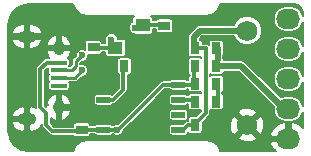
<source format=gtl>
G04 #@! TF.FileFunction,Copper,L1,Top,Signal*
%FSLAX46Y46*%
G04 Gerber Fmt 4.6, Leading zero omitted, Abs format (unit mm)*
G04 Created by KiCad (PCBNEW 4.0.2+dfsg1-stable) date su 16. lokakuuta 2016 16.05.07*
%MOMM*%
G01*
G04 APERTURE LIST*
%ADD10C,0.100000*%
%ADD11C,0.400000*%
%ADD12O,2.032000X1.727200*%
%ADD13R,1.350000X0.400000*%
%ADD14O,0.950000X1.250000*%
%ADD15O,1.550000X1.000000*%
%ADD16C,1.727200*%
%ADD17R,0.800000X1.000000*%
%ADD18R,1.000000X0.800000*%
%ADD19R,1.143000X0.508000*%
%ADD20R,1.300000X1.100000*%
%ADD21C,0.600000*%
%ADD22C,0.300000*%
%ADD23C,0.250000*%
%ADD24C,0.200000*%
%ADD25C,0.500000*%
%ADD26C,0.152400*%
G04 APERTURE END LIST*
D10*
D11*
X118500000Y-83000000D03*
X125500000Y-80000000D03*
X123960000Y-87270000D03*
X123960000Y-86127000D03*
D12*
X139000000Y-78500000D03*
X139000000Y-81040000D03*
X139000000Y-83580000D03*
X139000000Y-86120000D03*
X139000000Y-88660000D03*
D13*
X119562540Y-82199100D03*
X119562540Y-82849100D03*
X119562540Y-83499100D03*
X119562540Y-84149100D03*
X119562540Y-84799100D03*
D14*
X119562540Y-80999100D03*
X119562540Y-85999100D03*
D15*
X116862540Y-79999100D03*
X116862540Y-86999100D03*
D16*
X135500000Y-87500000D03*
D17*
X132900000Y-82500000D03*
X131100000Y-82500000D03*
X132900000Y-81000000D03*
X131100000Y-81000000D03*
D18*
X122500000Y-80900000D03*
X122500000Y-79100000D03*
X128500000Y-79100000D03*
X128500000Y-80900000D03*
X121500000Y-87900000D03*
X121500000Y-86100000D03*
D17*
X131100000Y-85500000D03*
X132900000Y-85500000D03*
D19*
X129675000Y-84095000D03*
X129675000Y-85365000D03*
X129675000Y-86635000D03*
X129675000Y-87905000D03*
X123325000Y-87905000D03*
X123325000Y-86635000D03*
X123325000Y-85365000D03*
X123325000Y-84095000D03*
D17*
X126900000Y-82500000D03*
X125100000Y-82500000D03*
X132900000Y-84000000D03*
X131100000Y-84000000D03*
X131100000Y-87500000D03*
X132900000Y-87500000D03*
D16*
X135500000Y-79500000D03*
D20*
X124350000Y-79050000D03*
X126650000Y-79050000D03*
X126650000Y-80950000D03*
X124350000Y-80950000D03*
D21*
X124500000Y-87905000D03*
X121530000Y-81595000D03*
X121530000Y-82865000D03*
X124000000Y-80250000D03*
X126000000Y-79250000D03*
D22*
X131000000Y-82500000D02*
X131000000Y-84000000D01*
X129675000Y-84095000D02*
X130905000Y-84095000D01*
X130905000Y-84095000D02*
X131000000Y-84000000D01*
X121500000Y-88000000D02*
X119000000Y-88000000D01*
X119000000Y-88000000D02*
X118500000Y-87500000D01*
X123325000Y-87905000D02*
X121595000Y-87905000D01*
D23*
X121595000Y-87905000D02*
X121500000Y-88000000D01*
X129905000Y-84095000D02*
X129675000Y-84095000D01*
D22*
X123325000Y-87905000D02*
X124500000Y-87905000D01*
X124500000Y-87905000D02*
X124595000Y-87905000D01*
X124595000Y-87905000D02*
X128405000Y-84095000D01*
X128405000Y-84095000D02*
X129675000Y-84095000D01*
X118550900Y-82199100D02*
X119562540Y-82199100D01*
X118000000Y-82750000D02*
X118550900Y-82199100D01*
X118000000Y-86000000D02*
X118000000Y-82750000D01*
X118500000Y-86500000D02*
X118000000Y-86000000D01*
X118500000Y-87500000D02*
X118500000Y-86500000D01*
D24*
X126700000Y-81000000D02*
X126650000Y-80950000D01*
X124350000Y-79050000D02*
X124550000Y-79050000D01*
X124300000Y-79000000D02*
X124350000Y-79050000D01*
X126650000Y-80950000D02*
X126450000Y-80950000D01*
D22*
X131000000Y-81000000D02*
X132000000Y-81000000D01*
D25*
X135500000Y-79500000D02*
X131500000Y-79500000D01*
X131000000Y-80000000D02*
X131000000Y-81000000D01*
X131500000Y-79500000D02*
X131000000Y-80000000D01*
D22*
X131000000Y-87500000D02*
X130500000Y-87500000D01*
X130500000Y-87500000D02*
X130095000Y-87905000D01*
X130095000Y-87905000D02*
X129675000Y-87905000D01*
X132000000Y-86500000D02*
X131000000Y-87500000D01*
X132000000Y-86500000D02*
X132000000Y-81000000D01*
D23*
X120656900Y-82849100D02*
X119562540Y-82849100D01*
X121022000Y-82484000D02*
X120656900Y-82849100D01*
X121022000Y-82103000D02*
X121022000Y-82484000D01*
X121530000Y-81595000D02*
X121022000Y-82103000D01*
X120895900Y-83499100D02*
X119562540Y-83499100D01*
X121530000Y-82865000D02*
X120895900Y-83499100D01*
D25*
X139000000Y-86120000D02*
X138620000Y-86120000D01*
X138620000Y-86120000D02*
X135000000Y-82500000D01*
X135000000Y-82500000D02*
X133000000Y-82500000D01*
X133000000Y-81000000D02*
X133000000Y-82000000D01*
D22*
X124350000Y-80950000D02*
X124350000Y-80850000D01*
X124350000Y-80850000D02*
X124000000Y-80250000D01*
X124350000Y-80950000D02*
X122550000Y-80950000D01*
D23*
X122550000Y-80950000D02*
X122500000Y-81000000D01*
D22*
X126000000Y-79250000D02*
X126050000Y-79300000D01*
X126050000Y-79300000D02*
X126650000Y-79050000D01*
X128500000Y-79000000D02*
X126700000Y-79000000D01*
D23*
X126700000Y-79000000D02*
X126650000Y-79050000D01*
D22*
X129675000Y-85365000D02*
X130865000Y-85365000D01*
D23*
X130865000Y-85365000D02*
X131000000Y-85230000D01*
D22*
X133000000Y-85500000D02*
X133000000Y-84000000D01*
X123325000Y-85365000D02*
X124135000Y-85365000D01*
X125000000Y-84500000D02*
X125000000Y-82500000D01*
X124135000Y-85365000D02*
X125000000Y-84500000D01*
D26*
G36*
X120802873Y-77437035D02*
X120844472Y-77537465D01*
X120844475Y-77537468D01*
X121061245Y-77861889D01*
X121138111Y-77938755D01*
X121138115Y-77938757D01*
X121462532Y-78155525D01*
X121462535Y-78155528D01*
X121562965Y-78197127D01*
X121945648Y-78273247D01*
X121973088Y-78273247D01*
X122000000Y-78278600D01*
X125937937Y-78278600D01*
X125915286Y-78282862D01*
X125837482Y-78332928D01*
X125785285Y-78409320D01*
X125766922Y-78500000D01*
X125766922Y-78774359D01*
X125700963Y-78801613D01*
X125552136Y-78950181D01*
X125471492Y-79144394D01*
X125471308Y-79354684D01*
X125551613Y-79549037D01*
X125700181Y-79697864D01*
X125824557Y-79749509D01*
X125832928Y-79762518D01*
X125909320Y-79814715D01*
X126000000Y-79833078D01*
X127300000Y-79833078D01*
X127384714Y-79817138D01*
X127462518Y-79767072D01*
X127514715Y-79690680D01*
X127533078Y-79600000D01*
X127533078Y-79378600D01*
X127766922Y-79378600D01*
X127766922Y-79500000D01*
X127782862Y-79584714D01*
X127832928Y-79662518D01*
X127909320Y-79714715D01*
X128000000Y-79733078D01*
X129000000Y-79733078D01*
X129084714Y-79717138D01*
X129162518Y-79667072D01*
X129214715Y-79590680D01*
X129233078Y-79500000D01*
X129233078Y-78700000D01*
X129217138Y-78615286D01*
X129167072Y-78537482D01*
X129090680Y-78485285D01*
X129000000Y-78466922D01*
X128000000Y-78466922D01*
X127915286Y-78482862D01*
X127837482Y-78532928D01*
X127785285Y-78609320D01*
X127782839Y-78621400D01*
X127533078Y-78621400D01*
X127533078Y-78500000D01*
X127517138Y-78415286D01*
X127467072Y-78337482D01*
X127390680Y-78285285D01*
X127357668Y-78278600D01*
X132000000Y-78278600D01*
X132026912Y-78273247D01*
X132054352Y-78273247D01*
X132437035Y-78197127D01*
X132537465Y-78155528D01*
X132537468Y-78155525D01*
X132861889Y-77938755D01*
X132938755Y-77861889D01*
X132938757Y-77861885D01*
X133155525Y-77537468D01*
X133155528Y-77537465D01*
X133197127Y-77437035D01*
X133228642Y-77278600D01*
X139472559Y-77278600D01*
X139773980Y-77338556D01*
X140006248Y-77493752D01*
X140161444Y-77726022D01*
X140221400Y-78027441D01*
X140221400Y-78260785D01*
X140185844Y-78082033D01*
X139949085Y-77727698D01*
X139594750Y-77490939D01*
X139176783Y-77407800D01*
X138823217Y-77407800D01*
X138405250Y-77490939D01*
X138050915Y-77727698D01*
X137814156Y-78082033D01*
X137731017Y-78500000D01*
X137814156Y-78917967D01*
X138050915Y-79272302D01*
X138405250Y-79509061D01*
X138823217Y-79592200D01*
X139176783Y-79592200D01*
X139594750Y-79509061D01*
X139949085Y-79272302D01*
X140185844Y-78917967D01*
X140221400Y-78739215D01*
X140221400Y-80800785D01*
X140185844Y-80622033D01*
X139949085Y-80267698D01*
X139594750Y-80030939D01*
X139176783Y-79947800D01*
X138823217Y-79947800D01*
X138405250Y-80030939D01*
X138050915Y-80267698D01*
X137814156Y-80622033D01*
X137731017Y-81040000D01*
X137814156Y-81457967D01*
X138050915Y-81812302D01*
X138405250Y-82049061D01*
X138823217Y-82132200D01*
X139176783Y-82132200D01*
X139594750Y-82049061D01*
X139949085Y-81812302D01*
X140185844Y-81457967D01*
X140221400Y-81279215D01*
X140221400Y-83340785D01*
X140185844Y-83162033D01*
X139949085Y-82807698D01*
X139594750Y-82570939D01*
X139176783Y-82487800D01*
X138823217Y-82487800D01*
X138405250Y-82570939D01*
X138050915Y-82807698D01*
X137814156Y-83162033D01*
X137731017Y-83580000D01*
X137814156Y-83997967D01*
X138050915Y-84352302D01*
X138405250Y-84589061D01*
X138823217Y-84672200D01*
X139176783Y-84672200D01*
X139594750Y-84589061D01*
X139949085Y-84352302D01*
X140185844Y-83997967D01*
X140221400Y-83819215D01*
X140221400Y-85880785D01*
X140185844Y-85702033D01*
X139949085Y-85347698D01*
X139594750Y-85110939D01*
X139176783Y-85027800D01*
X138823217Y-85027800D01*
X138405250Y-85110939D01*
X138334832Y-85157990D01*
X135338421Y-82161579D01*
X135183153Y-82057831D01*
X135000000Y-82021400D01*
X133533078Y-82021400D01*
X133533078Y-82000000D01*
X133517138Y-81915286D01*
X133478600Y-81855397D01*
X133478600Y-81643535D01*
X133514715Y-81590680D01*
X133533078Y-81500000D01*
X133533078Y-80500000D01*
X133517138Y-80415286D01*
X133467072Y-80337482D01*
X133390680Y-80285285D01*
X133300000Y-80266922D01*
X132500000Y-80266922D01*
X132415286Y-80282862D01*
X132337482Y-80332928D01*
X132285285Y-80409320D01*
X132266922Y-80500000D01*
X132266922Y-80731762D01*
X132144884Y-80650219D01*
X132000000Y-80621400D01*
X131733078Y-80621400D01*
X131733078Y-80500000D01*
X131717138Y-80415286D01*
X131667072Y-80337482D01*
X131590680Y-80285285D01*
X131500000Y-80266922D01*
X131478600Y-80266922D01*
X131478600Y-80198242D01*
X131698242Y-79978600D01*
X134356288Y-79978600D01*
X134448336Y-80201373D01*
X134796793Y-80550438D01*
X135252307Y-80739584D01*
X135745530Y-80740015D01*
X136201373Y-80551664D01*
X136550438Y-80203207D01*
X136739584Y-79747693D01*
X136740015Y-79254470D01*
X136551664Y-78798627D01*
X136203207Y-78449562D01*
X135747693Y-78260416D01*
X135254470Y-78259985D01*
X134798627Y-78448336D01*
X134449562Y-78796793D01*
X134356297Y-79021400D01*
X131500000Y-79021400D01*
X131316847Y-79057831D01*
X131161579Y-79161579D01*
X130661579Y-79661579D01*
X130557831Y-79816847D01*
X130532903Y-79942169D01*
X130521400Y-80000000D01*
X130521400Y-80356465D01*
X130485285Y-80409320D01*
X130466922Y-80500000D01*
X130466922Y-81500000D01*
X130482862Y-81584714D01*
X130532928Y-81662518D01*
X130609320Y-81714715D01*
X130700000Y-81733078D01*
X131500000Y-81733078D01*
X131584714Y-81717138D01*
X131621400Y-81693531D01*
X131621400Y-81806275D01*
X131590680Y-81785285D01*
X131500000Y-81766922D01*
X130700000Y-81766922D01*
X130615286Y-81782862D01*
X130537482Y-81832928D01*
X130485285Y-81909320D01*
X130466922Y-82000000D01*
X130466922Y-83000000D01*
X130482862Y-83084714D01*
X130532928Y-83162518D01*
X130609320Y-83214715D01*
X130621400Y-83217161D01*
X130621400Y-83281712D01*
X130615286Y-83282862D01*
X130537482Y-83332928D01*
X130485285Y-83409320D01*
X130466922Y-83500000D01*
X130466922Y-83716400D01*
X130437972Y-83716400D01*
X130413572Y-83678482D01*
X130337180Y-83626285D01*
X130246500Y-83607922D01*
X129103500Y-83607922D01*
X129018786Y-83623862D01*
X128940982Y-83673928D01*
X128911962Y-83716400D01*
X128405005Y-83716400D01*
X128405000Y-83716399D01*
X128260116Y-83745219D01*
X128137289Y-83827289D01*
X128137287Y-83827292D01*
X124588101Y-87376477D01*
X124395316Y-87376308D01*
X124200963Y-87456613D01*
X124131054Y-87526400D01*
X124087972Y-87526400D01*
X124063572Y-87488482D01*
X123987180Y-87436285D01*
X123896500Y-87417922D01*
X122753500Y-87417922D01*
X122668786Y-87433862D01*
X122590982Y-87483928D01*
X122561962Y-87526400D01*
X122233078Y-87526400D01*
X122233078Y-87500000D01*
X122217138Y-87415286D01*
X122167072Y-87337482D01*
X122090680Y-87285285D01*
X122000000Y-87266922D01*
X121000000Y-87266922D01*
X120915286Y-87282862D01*
X120837482Y-87332928D01*
X120785285Y-87409320D01*
X120766922Y-87500000D01*
X120766922Y-87621400D01*
X119156821Y-87621400D01*
X118878600Y-87343178D01*
X118878600Y-86933004D01*
X118963820Y-87020464D01*
X119223585Y-87152600D01*
X119384740Y-87044773D01*
X119384740Y-86176900D01*
X119740340Y-86176900D01*
X119740340Y-87044773D01*
X119901495Y-87152600D01*
X120161260Y-87020464D01*
X120449142Y-86725015D01*
X120602046Y-86341888D01*
X120473357Y-86176900D01*
X119740340Y-86176900D01*
X119384740Y-86176900D01*
X119364740Y-86176900D01*
X119364740Y-85821300D01*
X119384740Y-85821300D01*
X119384740Y-84953427D01*
X119740340Y-84953427D01*
X119740340Y-85821300D01*
X120473357Y-85821300D01*
X120602046Y-85656312D01*
X120449142Y-85273185D01*
X120291111Y-85111000D01*
X122520422Y-85111000D01*
X122520422Y-85619000D01*
X122536362Y-85703714D01*
X122586428Y-85781518D01*
X122662820Y-85833715D01*
X122753500Y-85852078D01*
X123896500Y-85852078D01*
X123981214Y-85836138D01*
X124059018Y-85786072D01*
X124088038Y-85743600D01*
X124134995Y-85743600D01*
X124135000Y-85743601D01*
X124279884Y-85714781D01*
X124402711Y-85632711D01*
X125267708Y-84767713D01*
X125267711Y-84767711D01*
X125349781Y-84644884D01*
X125360885Y-84589061D01*
X125378601Y-84500000D01*
X125378600Y-84499995D01*
X125378600Y-83233078D01*
X125500000Y-83233078D01*
X125584714Y-83217138D01*
X125662518Y-83167072D01*
X125714715Y-83090680D01*
X125733078Y-83000000D01*
X125733078Y-82000000D01*
X125717138Y-81915286D01*
X125667072Y-81837482D01*
X125590680Y-81785285D01*
X125500000Y-81766922D01*
X124700000Y-81766922D01*
X124615286Y-81782862D01*
X124537482Y-81832928D01*
X124485285Y-81909320D01*
X124466922Y-82000000D01*
X124466922Y-83000000D01*
X124482862Y-83084714D01*
X124532928Y-83162518D01*
X124609320Y-83214715D01*
X124621400Y-83217161D01*
X124621400Y-84343179D01*
X124035368Y-84929211D01*
X123987180Y-84896285D01*
X123896500Y-84877922D01*
X122753500Y-84877922D01*
X122668786Y-84893862D01*
X122590982Y-84943928D01*
X122538785Y-85020320D01*
X122520422Y-85111000D01*
X120291111Y-85111000D01*
X120161260Y-84977736D01*
X119901495Y-84845600D01*
X119740340Y-84953427D01*
X119384740Y-84953427D01*
X119223585Y-84845600D01*
X118963820Y-84977736D01*
X118675938Y-85273185D01*
X118523034Y-85656312D01*
X118651721Y-85821298D01*
X118503340Y-85821298D01*
X118503340Y-85967918D01*
X118378600Y-85843178D01*
X118378600Y-82906822D01*
X118659068Y-82626353D01*
X118654462Y-82649100D01*
X118654462Y-83049100D01*
X118670402Y-83133814D01*
X118696301Y-83174062D01*
X118672825Y-83208420D01*
X118654462Y-83299100D01*
X118654462Y-83699100D01*
X118670402Y-83783814D01*
X118696301Y-83824062D01*
X118672825Y-83858420D01*
X118654462Y-83949100D01*
X118654462Y-84349100D01*
X118670402Y-84433814D01*
X118720468Y-84511618D01*
X118796860Y-84563815D01*
X118887540Y-84582178D01*
X120237540Y-84582178D01*
X120322254Y-84566238D01*
X120400058Y-84516172D01*
X120452255Y-84439780D01*
X120470618Y-84349100D01*
X120470618Y-83949100D01*
X120454678Y-83864386D01*
X120447158Y-83852700D01*
X120895900Y-83852700D01*
X121031217Y-83825784D01*
X121145933Y-83749133D01*
X121501491Y-83393575D01*
X121634684Y-83393692D01*
X121829037Y-83313387D01*
X121977864Y-83164819D01*
X122058508Y-82970606D01*
X122058692Y-82760316D01*
X121978387Y-82565963D01*
X121829819Y-82417136D01*
X121635606Y-82336492D01*
X121425316Y-82336308D01*
X121375600Y-82356850D01*
X121375600Y-82249466D01*
X121501491Y-82123575D01*
X121634684Y-82123692D01*
X121829037Y-82043387D01*
X121977864Y-81894819D01*
X122058508Y-81700606D01*
X122058655Y-81533078D01*
X123000000Y-81533078D01*
X123084714Y-81517138D01*
X123162518Y-81467072D01*
X123214715Y-81390680D01*
X123227286Y-81328600D01*
X123466922Y-81328600D01*
X123466922Y-81500000D01*
X123482862Y-81584714D01*
X123532928Y-81662518D01*
X123609320Y-81714715D01*
X123700000Y-81733078D01*
X125000000Y-81733078D01*
X125084714Y-81717138D01*
X125162518Y-81667072D01*
X125214715Y-81590680D01*
X125233078Y-81500000D01*
X125233078Y-80400000D01*
X125217138Y-80315286D01*
X125167072Y-80237482D01*
X125090680Y-80185285D01*
X125000000Y-80166922D01*
X124528673Y-80166922D01*
X124528692Y-80145316D01*
X124448387Y-79950963D01*
X124299819Y-79802136D01*
X124105606Y-79721492D01*
X123895316Y-79721308D01*
X123700963Y-79801613D01*
X123552136Y-79950181D01*
X123471492Y-80144394D01*
X123471308Y-80354684D01*
X123474523Y-80362465D01*
X123466922Y-80400000D01*
X123466922Y-80571400D01*
X123233078Y-80571400D01*
X123233078Y-80500000D01*
X123217138Y-80415286D01*
X123167072Y-80337482D01*
X123090680Y-80285285D01*
X123000000Y-80266922D01*
X122000000Y-80266922D01*
X121915286Y-80282862D01*
X121837482Y-80332928D01*
X121785285Y-80409320D01*
X121766922Y-80500000D01*
X121766922Y-81121019D01*
X121635606Y-81066492D01*
X121425316Y-81066308D01*
X121230963Y-81146613D01*
X121082136Y-81295181D01*
X121001492Y-81489394D01*
X121001375Y-81623559D01*
X120771967Y-81852967D01*
X120695316Y-81967683D01*
X120668400Y-82103000D01*
X120668400Y-82337534D01*
X120510434Y-82495500D01*
X120448347Y-82495500D01*
X120452255Y-82489780D01*
X120470618Y-82399100D01*
X120470618Y-81999100D01*
X120454678Y-81914386D01*
X120404612Y-81836582D01*
X120366084Y-81810256D01*
X120449142Y-81725015D01*
X120602046Y-81341888D01*
X120473357Y-81176900D01*
X119740340Y-81176900D01*
X119740340Y-81196900D01*
X119384740Y-81196900D01*
X119384740Y-81176900D01*
X118651723Y-81176900D01*
X118523034Y-81341888D01*
X118675938Y-81725015D01*
X118758942Y-81810201D01*
X118742937Y-81820500D01*
X118550900Y-81820500D01*
X118406016Y-81849319D01*
X118283189Y-81931389D01*
X118283187Y-81931392D01*
X117732289Y-82482289D01*
X117650219Y-82605116D01*
X117621399Y-82750000D01*
X117621400Y-82750005D01*
X117621400Y-85999995D01*
X117621399Y-86000000D01*
X117624776Y-86016977D01*
X117212384Y-85905210D01*
X117040340Y-86053019D01*
X117040340Y-86821300D01*
X117060340Y-86821300D01*
X117060340Y-87176900D01*
X117040340Y-87176900D01*
X117040340Y-87945181D01*
X117212384Y-88092990D01*
X117625300Y-87981081D01*
X117963959Y-87719674D01*
X118121400Y-87425503D01*
X118121400Y-87499995D01*
X118121399Y-87500000D01*
X118150219Y-87644884D01*
X118232289Y-87767711D01*
X118732287Y-88267708D01*
X118732289Y-88267711D01*
X118819633Y-88326072D01*
X118855116Y-88349781D01*
X119000000Y-88378601D01*
X119000005Y-88378600D01*
X120781712Y-88378600D01*
X120782862Y-88384714D01*
X120832928Y-88462518D01*
X120909320Y-88514715D01*
X121000000Y-88533078D01*
X122000000Y-88533078D01*
X122084714Y-88517138D01*
X122162518Y-88467072D01*
X122214715Y-88390680D01*
X122233078Y-88300000D01*
X122233078Y-88283600D01*
X122562028Y-88283600D01*
X122586428Y-88321518D01*
X122662820Y-88373715D01*
X122753500Y-88392078D01*
X123896500Y-88392078D01*
X123981214Y-88376138D01*
X124059018Y-88326072D01*
X124088038Y-88283600D01*
X124131038Y-88283600D01*
X124200181Y-88352864D01*
X124394394Y-88433508D01*
X124604684Y-88433692D01*
X124799037Y-88353387D01*
X124947864Y-88204819D01*
X125028508Y-88010606D01*
X125028511Y-88006911D01*
X126654421Y-86381000D01*
X128870422Y-86381000D01*
X128870422Y-86889000D01*
X128886362Y-86973714D01*
X128936428Y-87051518D01*
X129012820Y-87103715D01*
X129103500Y-87122078D01*
X130246500Y-87122078D01*
X130331214Y-87106138D01*
X130409018Y-87056072D01*
X130461215Y-86979680D01*
X130479578Y-86889000D01*
X130479578Y-86381000D01*
X130463638Y-86296286D01*
X130413572Y-86218482D01*
X130337180Y-86166285D01*
X130246500Y-86147922D01*
X129103500Y-86147922D01*
X129018786Y-86163862D01*
X128940982Y-86213928D01*
X128888785Y-86290320D01*
X128870422Y-86381000D01*
X126654421Y-86381000D01*
X128561821Y-84473600D01*
X128912028Y-84473600D01*
X128936428Y-84511518D01*
X129012820Y-84563715D01*
X129103500Y-84582078D01*
X130246500Y-84582078D01*
X130331214Y-84566138D01*
X130409018Y-84516072D01*
X130438038Y-84473600D01*
X130466922Y-84473600D01*
X130466922Y-84500000D01*
X130482862Y-84584714D01*
X130532928Y-84662518D01*
X130609320Y-84714715D01*
X130700000Y-84733078D01*
X131500000Y-84733078D01*
X131584714Y-84717138D01*
X131621400Y-84693531D01*
X131621400Y-84806275D01*
X131590680Y-84785285D01*
X131500000Y-84766922D01*
X130700000Y-84766922D01*
X130615286Y-84782862D01*
X130537482Y-84832928D01*
X130485285Y-84909320D01*
X130469676Y-84986400D01*
X130437972Y-84986400D01*
X130413572Y-84948482D01*
X130337180Y-84896285D01*
X130246500Y-84877922D01*
X129103500Y-84877922D01*
X129018786Y-84893862D01*
X128940982Y-84943928D01*
X128888785Y-85020320D01*
X128870422Y-85111000D01*
X128870422Y-85619000D01*
X128886362Y-85703714D01*
X128936428Y-85781518D01*
X129012820Y-85833715D01*
X129103500Y-85852078D01*
X130246500Y-85852078D01*
X130331214Y-85836138D01*
X130409018Y-85786072D01*
X130438038Y-85743600D01*
X130466922Y-85743600D01*
X130466922Y-86000000D01*
X130482862Y-86084714D01*
X130532928Y-86162518D01*
X130609320Y-86214715D01*
X130700000Y-86233078D01*
X131500000Y-86233078D01*
X131584714Y-86217138D01*
X131621400Y-86193531D01*
X131621400Y-86343179D01*
X131197656Y-86766922D01*
X130700000Y-86766922D01*
X130615286Y-86782862D01*
X130537482Y-86832928D01*
X130485285Y-86909320D01*
X130466922Y-87000000D01*
X130466922Y-87127980D01*
X130355116Y-87150219D01*
X130232289Y-87232289D01*
X130232287Y-87232292D01*
X130046657Y-87417922D01*
X129103500Y-87417922D01*
X129018786Y-87433862D01*
X128940982Y-87483928D01*
X128888785Y-87560320D01*
X128870422Y-87651000D01*
X128870422Y-88159000D01*
X128886362Y-88243714D01*
X128936428Y-88321518D01*
X129012820Y-88373715D01*
X129103500Y-88392078D01*
X130246500Y-88392078D01*
X130331214Y-88376138D01*
X130409018Y-88326072D01*
X130461215Y-88249680D01*
X130479578Y-88159000D01*
X130479578Y-88067261D01*
X130482862Y-88084714D01*
X130532928Y-88162518D01*
X130609320Y-88214715D01*
X130700000Y-88233078D01*
X131500000Y-88233078D01*
X131584714Y-88217138D01*
X131662518Y-88167072D01*
X131714715Y-88090680D01*
X131733078Y-88000000D01*
X131733078Y-87330793D01*
X134033566Y-87330793D01*
X134080439Y-87904853D01*
X134209944Y-88217507D01*
X134442185Y-88306368D01*
X135248553Y-87500000D01*
X135751447Y-87500000D01*
X136557815Y-88306368D01*
X136679997Y-88259618D01*
X137456263Y-88259618D01*
X137558050Y-88482200D01*
X138822200Y-88482200D01*
X138822200Y-87359809D01*
X138596271Y-87235538D01*
X138070284Y-87440148D01*
X137662637Y-87830470D01*
X137456263Y-88259618D01*
X136679997Y-88259618D01*
X136790056Y-88217507D01*
X136966434Y-87669207D01*
X136919561Y-87095147D01*
X136790056Y-86782493D01*
X136557815Y-86693632D01*
X135751447Y-87500000D01*
X135248553Y-87500000D01*
X134442185Y-86693632D01*
X134209944Y-86782493D01*
X134033566Y-87330793D01*
X131733078Y-87330793D01*
X131733078Y-87302344D01*
X132267708Y-86767713D01*
X132267711Y-86767711D01*
X132349781Y-86644884D01*
X132378601Y-86500000D01*
X132378600Y-86499995D01*
X132378600Y-86442185D01*
X134693632Y-86442185D01*
X135500000Y-87248553D01*
X136306368Y-86442185D01*
X136217507Y-86209944D01*
X135669207Y-86033566D01*
X135095147Y-86080439D01*
X134782493Y-86209944D01*
X134693632Y-86442185D01*
X132378600Y-86442185D01*
X132378600Y-86193725D01*
X132409320Y-86214715D01*
X132500000Y-86233078D01*
X133300000Y-86233078D01*
X133384714Y-86217138D01*
X133462518Y-86167072D01*
X133514715Y-86090680D01*
X133533078Y-86000000D01*
X133533078Y-85000000D01*
X133517138Y-84915286D01*
X133467072Y-84837482D01*
X133390680Y-84785285D01*
X133378600Y-84782839D01*
X133378600Y-84718288D01*
X133384714Y-84717138D01*
X133462518Y-84667072D01*
X133514715Y-84590680D01*
X133533078Y-84500000D01*
X133533078Y-83500000D01*
X133517138Y-83415286D01*
X133467072Y-83337482D01*
X133390680Y-83285285D01*
X133300000Y-83266922D01*
X132500000Y-83266922D01*
X132415286Y-83282862D01*
X132378600Y-83306469D01*
X132378600Y-83193725D01*
X132409320Y-83214715D01*
X132500000Y-83233078D01*
X133300000Y-83233078D01*
X133384714Y-83217138D01*
X133462518Y-83167072D01*
X133514715Y-83090680D01*
X133533078Y-83000000D01*
X133533078Y-82978600D01*
X134801758Y-82978600D01*
X137766214Y-85943056D01*
X137731017Y-86120000D01*
X137814156Y-86537967D01*
X138050915Y-86892302D01*
X138405250Y-87129061D01*
X138823217Y-87212200D01*
X139176783Y-87212200D01*
X139594750Y-87129061D01*
X139949085Y-86892302D01*
X140185844Y-86537967D01*
X140221400Y-86359215D01*
X140221400Y-87719435D01*
X139929716Y-87440148D01*
X139403729Y-87235538D01*
X139177800Y-87359809D01*
X139177800Y-88482200D01*
X139197800Y-88482200D01*
X139197800Y-88837800D01*
X139177800Y-88837800D01*
X139177800Y-88857800D01*
X138822200Y-88857800D01*
X138822200Y-88837800D01*
X137558050Y-88837800D01*
X137456263Y-89060382D01*
X137662637Y-89489530D01*
X137904799Y-89721400D01*
X133228642Y-89721400D01*
X133197127Y-89562965D01*
X133155528Y-89462535D01*
X133155525Y-89462532D01*
X132938757Y-89138115D01*
X132938755Y-89138111D01*
X132861889Y-89061245D01*
X132537468Y-88844475D01*
X132537465Y-88844472D01*
X132437035Y-88802873D01*
X132054352Y-88726753D01*
X132026912Y-88726753D01*
X132000000Y-88721400D01*
X122000000Y-88721400D01*
X121973088Y-88726753D01*
X121945648Y-88726753D01*
X121562965Y-88802873D01*
X121462535Y-88844472D01*
X121462532Y-88844475D01*
X121138115Y-89061243D01*
X121138111Y-89061245D01*
X121061245Y-89138111D01*
X120844475Y-89462532D01*
X120844472Y-89462535D01*
X120802873Y-89562965D01*
X120771358Y-89721400D01*
X117027441Y-89721400D01*
X116343337Y-89585323D01*
X115786644Y-89213353D01*
X115414677Y-88656662D01*
X115395016Y-88557815D01*
X134693632Y-88557815D01*
X134782493Y-88790056D01*
X135330793Y-88966434D01*
X135904853Y-88919561D01*
X136217507Y-88790056D01*
X136306368Y-88557815D01*
X135500000Y-87751447D01*
X134693632Y-88557815D01*
X115395016Y-88557815D01*
X115278600Y-87972559D01*
X115278600Y-87342021D01*
X115559000Y-87342021D01*
X115761121Y-87719674D01*
X116099780Y-87981081D01*
X116512696Y-88092990D01*
X116684740Y-87945181D01*
X116684740Y-87176900D01*
X115666393Y-87176900D01*
X115559000Y-87342021D01*
X115278600Y-87342021D01*
X115278600Y-86656179D01*
X115559000Y-86656179D01*
X115666393Y-86821300D01*
X116684740Y-86821300D01*
X116684740Y-86053019D01*
X116512696Y-85905210D01*
X116099780Y-86017119D01*
X115761121Y-86278526D01*
X115559000Y-86656179D01*
X115278600Y-86656179D01*
X115278600Y-80342021D01*
X115559000Y-80342021D01*
X115761121Y-80719674D01*
X116099780Y-80981081D01*
X116512696Y-81092990D01*
X116684740Y-80945181D01*
X116684740Y-80176900D01*
X117040340Y-80176900D01*
X117040340Y-80945181D01*
X117212384Y-81092990D01*
X117625300Y-80981081D01*
X117963959Y-80719674D01*
X117997870Y-80656312D01*
X118523034Y-80656312D01*
X118651723Y-80821300D01*
X119384740Y-80821300D01*
X119384740Y-79953427D01*
X119740340Y-79953427D01*
X119740340Y-80821300D01*
X120473357Y-80821300D01*
X120602046Y-80656312D01*
X120449142Y-80273185D01*
X120161260Y-79977736D01*
X119901495Y-79845600D01*
X119740340Y-79953427D01*
X119384740Y-79953427D01*
X119223585Y-79845600D01*
X118963820Y-79977736D01*
X118675938Y-80273185D01*
X118523034Y-80656312D01*
X117997870Y-80656312D01*
X118166080Y-80342021D01*
X118058687Y-80176900D01*
X117040340Y-80176900D01*
X116684740Y-80176900D01*
X115666393Y-80176900D01*
X115559000Y-80342021D01*
X115278600Y-80342021D01*
X115278600Y-79656179D01*
X115559000Y-79656179D01*
X115666393Y-79821300D01*
X116684740Y-79821300D01*
X116684740Y-79053019D01*
X117040340Y-79053019D01*
X117040340Y-79821300D01*
X118058687Y-79821300D01*
X118166080Y-79656179D01*
X117963959Y-79278526D01*
X117625300Y-79017119D01*
X117212384Y-78905210D01*
X117040340Y-79053019D01*
X116684740Y-79053019D01*
X116512696Y-78905210D01*
X116099780Y-79017119D01*
X115761121Y-79278526D01*
X115559000Y-79656179D01*
X115278600Y-79656179D01*
X115278600Y-79027441D01*
X115414677Y-78343338D01*
X115786644Y-77786647D01*
X116343337Y-77414677D01*
X117027441Y-77278600D01*
X120771358Y-77278600D01*
X120802873Y-77437035D01*
X120802873Y-77437035D01*
G37*
X120802873Y-77437035D02*
X120844472Y-77537465D01*
X120844475Y-77537468D01*
X121061245Y-77861889D01*
X121138111Y-77938755D01*
X121138115Y-77938757D01*
X121462532Y-78155525D01*
X121462535Y-78155528D01*
X121562965Y-78197127D01*
X121945648Y-78273247D01*
X121973088Y-78273247D01*
X122000000Y-78278600D01*
X125937937Y-78278600D01*
X125915286Y-78282862D01*
X125837482Y-78332928D01*
X125785285Y-78409320D01*
X125766922Y-78500000D01*
X125766922Y-78774359D01*
X125700963Y-78801613D01*
X125552136Y-78950181D01*
X125471492Y-79144394D01*
X125471308Y-79354684D01*
X125551613Y-79549037D01*
X125700181Y-79697864D01*
X125824557Y-79749509D01*
X125832928Y-79762518D01*
X125909320Y-79814715D01*
X126000000Y-79833078D01*
X127300000Y-79833078D01*
X127384714Y-79817138D01*
X127462518Y-79767072D01*
X127514715Y-79690680D01*
X127533078Y-79600000D01*
X127533078Y-79378600D01*
X127766922Y-79378600D01*
X127766922Y-79500000D01*
X127782862Y-79584714D01*
X127832928Y-79662518D01*
X127909320Y-79714715D01*
X128000000Y-79733078D01*
X129000000Y-79733078D01*
X129084714Y-79717138D01*
X129162518Y-79667072D01*
X129214715Y-79590680D01*
X129233078Y-79500000D01*
X129233078Y-78700000D01*
X129217138Y-78615286D01*
X129167072Y-78537482D01*
X129090680Y-78485285D01*
X129000000Y-78466922D01*
X128000000Y-78466922D01*
X127915286Y-78482862D01*
X127837482Y-78532928D01*
X127785285Y-78609320D01*
X127782839Y-78621400D01*
X127533078Y-78621400D01*
X127533078Y-78500000D01*
X127517138Y-78415286D01*
X127467072Y-78337482D01*
X127390680Y-78285285D01*
X127357668Y-78278600D01*
X132000000Y-78278600D01*
X132026912Y-78273247D01*
X132054352Y-78273247D01*
X132437035Y-78197127D01*
X132537465Y-78155528D01*
X132537468Y-78155525D01*
X132861889Y-77938755D01*
X132938755Y-77861889D01*
X132938757Y-77861885D01*
X133155525Y-77537468D01*
X133155528Y-77537465D01*
X133197127Y-77437035D01*
X133228642Y-77278600D01*
X139472559Y-77278600D01*
X139773980Y-77338556D01*
X140006248Y-77493752D01*
X140161444Y-77726022D01*
X140221400Y-78027441D01*
X140221400Y-78260785D01*
X140185844Y-78082033D01*
X139949085Y-77727698D01*
X139594750Y-77490939D01*
X139176783Y-77407800D01*
X138823217Y-77407800D01*
X138405250Y-77490939D01*
X138050915Y-77727698D01*
X137814156Y-78082033D01*
X137731017Y-78500000D01*
X137814156Y-78917967D01*
X138050915Y-79272302D01*
X138405250Y-79509061D01*
X138823217Y-79592200D01*
X139176783Y-79592200D01*
X139594750Y-79509061D01*
X139949085Y-79272302D01*
X140185844Y-78917967D01*
X140221400Y-78739215D01*
X140221400Y-80800785D01*
X140185844Y-80622033D01*
X139949085Y-80267698D01*
X139594750Y-80030939D01*
X139176783Y-79947800D01*
X138823217Y-79947800D01*
X138405250Y-80030939D01*
X138050915Y-80267698D01*
X137814156Y-80622033D01*
X137731017Y-81040000D01*
X137814156Y-81457967D01*
X138050915Y-81812302D01*
X138405250Y-82049061D01*
X138823217Y-82132200D01*
X139176783Y-82132200D01*
X139594750Y-82049061D01*
X139949085Y-81812302D01*
X140185844Y-81457967D01*
X140221400Y-81279215D01*
X140221400Y-83340785D01*
X140185844Y-83162033D01*
X139949085Y-82807698D01*
X139594750Y-82570939D01*
X139176783Y-82487800D01*
X138823217Y-82487800D01*
X138405250Y-82570939D01*
X138050915Y-82807698D01*
X137814156Y-83162033D01*
X137731017Y-83580000D01*
X137814156Y-83997967D01*
X138050915Y-84352302D01*
X138405250Y-84589061D01*
X138823217Y-84672200D01*
X139176783Y-84672200D01*
X139594750Y-84589061D01*
X139949085Y-84352302D01*
X140185844Y-83997967D01*
X140221400Y-83819215D01*
X140221400Y-85880785D01*
X140185844Y-85702033D01*
X139949085Y-85347698D01*
X139594750Y-85110939D01*
X139176783Y-85027800D01*
X138823217Y-85027800D01*
X138405250Y-85110939D01*
X138334832Y-85157990D01*
X135338421Y-82161579D01*
X135183153Y-82057831D01*
X135000000Y-82021400D01*
X133533078Y-82021400D01*
X133533078Y-82000000D01*
X133517138Y-81915286D01*
X133478600Y-81855397D01*
X133478600Y-81643535D01*
X133514715Y-81590680D01*
X133533078Y-81500000D01*
X133533078Y-80500000D01*
X133517138Y-80415286D01*
X133467072Y-80337482D01*
X133390680Y-80285285D01*
X133300000Y-80266922D01*
X132500000Y-80266922D01*
X132415286Y-80282862D01*
X132337482Y-80332928D01*
X132285285Y-80409320D01*
X132266922Y-80500000D01*
X132266922Y-80731762D01*
X132144884Y-80650219D01*
X132000000Y-80621400D01*
X131733078Y-80621400D01*
X131733078Y-80500000D01*
X131717138Y-80415286D01*
X131667072Y-80337482D01*
X131590680Y-80285285D01*
X131500000Y-80266922D01*
X131478600Y-80266922D01*
X131478600Y-80198242D01*
X131698242Y-79978600D01*
X134356288Y-79978600D01*
X134448336Y-80201373D01*
X134796793Y-80550438D01*
X135252307Y-80739584D01*
X135745530Y-80740015D01*
X136201373Y-80551664D01*
X136550438Y-80203207D01*
X136739584Y-79747693D01*
X136740015Y-79254470D01*
X136551664Y-78798627D01*
X136203207Y-78449562D01*
X135747693Y-78260416D01*
X135254470Y-78259985D01*
X134798627Y-78448336D01*
X134449562Y-78796793D01*
X134356297Y-79021400D01*
X131500000Y-79021400D01*
X131316847Y-79057831D01*
X131161579Y-79161579D01*
X130661579Y-79661579D01*
X130557831Y-79816847D01*
X130532903Y-79942169D01*
X130521400Y-80000000D01*
X130521400Y-80356465D01*
X130485285Y-80409320D01*
X130466922Y-80500000D01*
X130466922Y-81500000D01*
X130482862Y-81584714D01*
X130532928Y-81662518D01*
X130609320Y-81714715D01*
X130700000Y-81733078D01*
X131500000Y-81733078D01*
X131584714Y-81717138D01*
X131621400Y-81693531D01*
X131621400Y-81806275D01*
X131590680Y-81785285D01*
X131500000Y-81766922D01*
X130700000Y-81766922D01*
X130615286Y-81782862D01*
X130537482Y-81832928D01*
X130485285Y-81909320D01*
X130466922Y-82000000D01*
X130466922Y-83000000D01*
X130482862Y-83084714D01*
X130532928Y-83162518D01*
X130609320Y-83214715D01*
X130621400Y-83217161D01*
X130621400Y-83281712D01*
X130615286Y-83282862D01*
X130537482Y-83332928D01*
X130485285Y-83409320D01*
X130466922Y-83500000D01*
X130466922Y-83716400D01*
X130437972Y-83716400D01*
X130413572Y-83678482D01*
X130337180Y-83626285D01*
X130246500Y-83607922D01*
X129103500Y-83607922D01*
X129018786Y-83623862D01*
X128940982Y-83673928D01*
X128911962Y-83716400D01*
X128405005Y-83716400D01*
X128405000Y-83716399D01*
X128260116Y-83745219D01*
X128137289Y-83827289D01*
X128137287Y-83827292D01*
X124588101Y-87376477D01*
X124395316Y-87376308D01*
X124200963Y-87456613D01*
X124131054Y-87526400D01*
X124087972Y-87526400D01*
X124063572Y-87488482D01*
X123987180Y-87436285D01*
X123896500Y-87417922D01*
X122753500Y-87417922D01*
X122668786Y-87433862D01*
X122590982Y-87483928D01*
X122561962Y-87526400D01*
X122233078Y-87526400D01*
X122233078Y-87500000D01*
X122217138Y-87415286D01*
X122167072Y-87337482D01*
X122090680Y-87285285D01*
X122000000Y-87266922D01*
X121000000Y-87266922D01*
X120915286Y-87282862D01*
X120837482Y-87332928D01*
X120785285Y-87409320D01*
X120766922Y-87500000D01*
X120766922Y-87621400D01*
X119156821Y-87621400D01*
X118878600Y-87343178D01*
X118878600Y-86933004D01*
X118963820Y-87020464D01*
X119223585Y-87152600D01*
X119384740Y-87044773D01*
X119384740Y-86176900D01*
X119740340Y-86176900D01*
X119740340Y-87044773D01*
X119901495Y-87152600D01*
X120161260Y-87020464D01*
X120449142Y-86725015D01*
X120602046Y-86341888D01*
X120473357Y-86176900D01*
X119740340Y-86176900D01*
X119384740Y-86176900D01*
X119364740Y-86176900D01*
X119364740Y-85821300D01*
X119384740Y-85821300D01*
X119384740Y-84953427D01*
X119740340Y-84953427D01*
X119740340Y-85821300D01*
X120473357Y-85821300D01*
X120602046Y-85656312D01*
X120449142Y-85273185D01*
X120291111Y-85111000D01*
X122520422Y-85111000D01*
X122520422Y-85619000D01*
X122536362Y-85703714D01*
X122586428Y-85781518D01*
X122662820Y-85833715D01*
X122753500Y-85852078D01*
X123896500Y-85852078D01*
X123981214Y-85836138D01*
X124059018Y-85786072D01*
X124088038Y-85743600D01*
X124134995Y-85743600D01*
X124135000Y-85743601D01*
X124279884Y-85714781D01*
X124402711Y-85632711D01*
X125267708Y-84767713D01*
X125267711Y-84767711D01*
X125349781Y-84644884D01*
X125360885Y-84589061D01*
X125378601Y-84500000D01*
X125378600Y-84499995D01*
X125378600Y-83233078D01*
X125500000Y-83233078D01*
X125584714Y-83217138D01*
X125662518Y-83167072D01*
X125714715Y-83090680D01*
X125733078Y-83000000D01*
X125733078Y-82000000D01*
X125717138Y-81915286D01*
X125667072Y-81837482D01*
X125590680Y-81785285D01*
X125500000Y-81766922D01*
X124700000Y-81766922D01*
X124615286Y-81782862D01*
X124537482Y-81832928D01*
X124485285Y-81909320D01*
X124466922Y-82000000D01*
X124466922Y-83000000D01*
X124482862Y-83084714D01*
X124532928Y-83162518D01*
X124609320Y-83214715D01*
X124621400Y-83217161D01*
X124621400Y-84343179D01*
X124035368Y-84929211D01*
X123987180Y-84896285D01*
X123896500Y-84877922D01*
X122753500Y-84877922D01*
X122668786Y-84893862D01*
X122590982Y-84943928D01*
X122538785Y-85020320D01*
X122520422Y-85111000D01*
X120291111Y-85111000D01*
X120161260Y-84977736D01*
X119901495Y-84845600D01*
X119740340Y-84953427D01*
X119384740Y-84953427D01*
X119223585Y-84845600D01*
X118963820Y-84977736D01*
X118675938Y-85273185D01*
X118523034Y-85656312D01*
X118651721Y-85821298D01*
X118503340Y-85821298D01*
X118503340Y-85967918D01*
X118378600Y-85843178D01*
X118378600Y-82906822D01*
X118659068Y-82626353D01*
X118654462Y-82649100D01*
X118654462Y-83049100D01*
X118670402Y-83133814D01*
X118696301Y-83174062D01*
X118672825Y-83208420D01*
X118654462Y-83299100D01*
X118654462Y-83699100D01*
X118670402Y-83783814D01*
X118696301Y-83824062D01*
X118672825Y-83858420D01*
X118654462Y-83949100D01*
X118654462Y-84349100D01*
X118670402Y-84433814D01*
X118720468Y-84511618D01*
X118796860Y-84563815D01*
X118887540Y-84582178D01*
X120237540Y-84582178D01*
X120322254Y-84566238D01*
X120400058Y-84516172D01*
X120452255Y-84439780D01*
X120470618Y-84349100D01*
X120470618Y-83949100D01*
X120454678Y-83864386D01*
X120447158Y-83852700D01*
X120895900Y-83852700D01*
X121031217Y-83825784D01*
X121145933Y-83749133D01*
X121501491Y-83393575D01*
X121634684Y-83393692D01*
X121829037Y-83313387D01*
X121977864Y-83164819D01*
X122058508Y-82970606D01*
X122058692Y-82760316D01*
X121978387Y-82565963D01*
X121829819Y-82417136D01*
X121635606Y-82336492D01*
X121425316Y-82336308D01*
X121375600Y-82356850D01*
X121375600Y-82249466D01*
X121501491Y-82123575D01*
X121634684Y-82123692D01*
X121829037Y-82043387D01*
X121977864Y-81894819D01*
X122058508Y-81700606D01*
X122058655Y-81533078D01*
X123000000Y-81533078D01*
X123084714Y-81517138D01*
X123162518Y-81467072D01*
X123214715Y-81390680D01*
X123227286Y-81328600D01*
X123466922Y-81328600D01*
X123466922Y-81500000D01*
X123482862Y-81584714D01*
X123532928Y-81662518D01*
X123609320Y-81714715D01*
X123700000Y-81733078D01*
X125000000Y-81733078D01*
X125084714Y-81717138D01*
X125162518Y-81667072D01*
X125214715Y-81590680D01*
X125233078Y-81500000D01*
X125233078Y-80400000D01*
X125217138Y-80315286D01*
X125167072Y-80237482D01*
X125090680Y-80185285D01*
X125000000Y-80166922D01*
X124528673Y-80166922D01*
X124528692Y-80145316D01*
X124448387Y-79950963D01*
X124299819Y-79802136D01*
X124105606Y-79721492D01*
X123895316Y-79721308D01*
X123700963Y-79801613D01*
X123552136Y-79950181D01*
X123471492Y-80144394D01*
X123471308Y-80354684D01*
X123474523Y-80362465D01*
X123466922Y-80400000D01*
X123466922Y-80571400D01*
X123233078Y-80571400D01*
X123233078Y-80500000D01*
X123217138Y-80415286D01*
X123167072Y-80337482D01*
X123090680Y-80285285D01*
X123000000Y-80266922D01*
X122000000Y-80266922D01*
X121915286Y-80282862D01*
X121837482Y-80332928D01*
X121785285Y-80409320D01*
X121766922Y-80500000D01*
X121766922Y-81121019D01*
X121635606Y-81066492D01*
X121425316Y-81066308D01*
X121230963Y-81146613D01*
X121082136Y-81295181D01*
X121001492Y-81489394D01*
X121001375Y-81623559D01*
X120771967Y-81852967D01*
X120695316Y-81967683D01*
X120668400Y-82103000D01*
X120668400Y-82337534D01*
X120510434Y-82495500D01*
X120448347Y-82495500D01*
X120452255Y-82489780D01*
X120470618Y-82399100D01*
X120470618Y-81999100D01*
X120454678Y-81914386D01*
X120404612Y-81836582D01*
X120366084Y-81810256D01*
X120449142Y-81725015D01*
X120602046Y-81341888D01*
X120473357Y-81176900D01*
X119740340Y-81176900D01*
X119740340Y-81196900D01*
X119384740Y-81196900D01*
X119384740Y-81176900D01*
X118651723Y-81176900D01*
X118523034Y-81341888D01*
X118675938Y-81725015D01*
X118758942Y-81810201D01*
X118742937Y-81820500D01*
X118550900Y-81820500D01*
X118406016Y-81849319D01*
X118283189Y-81931389D01*
X118283187Y-81931392D01*
X117732289Y-82482289D01*
X117650219Y-82605116D01*
X117621399Y-82750000D01*
X117621400Y-82750005D01*
X117621400Y-85999995D01*
X117621399Y-86000000D01*
X117624776Y-86016977D01*
X117212384Y-85905210D01*
X117040340Y-86053019D01*
X117040340Y-86821300D01*
X117060340Y-86821300D01*
X117060340Y-87176900D01*
X117040340Y-87176900D01*
X117040340Y-87945181D01*
X117212384Y-88092990D01*
X117625300Y-87981081D01*
X117963959Y-87719674D01*
X118121400Y-87425503D01*
X118121400Y-87499995D01*
X118121399Y-87500000D01*
X118150219Y-87644884D01*
X118232289Y-87767711D01*
X118732287Y-88267708D01*
X118732289Y-88267711D01*
X118819633Y-88326072D01*
X118855116Y-88349781D01*
X119000000Y-88378601D01*
X119000005Y-88378600D01*
X120781712Y-88378600D01*
X120782862Y-88384714D01*
X120832928Y-88462518D01*
X120909320Y-88514715D01*
X121000000Y-88533078D01*
X122000000Y-88533078D01*
X122084714Y-88517138D01*
X122162518Y-88467072D01*
X122214715Y-88390680D01*
X122233078Y-88300000D01*
X122233078Y-88283600D01*
X122562028Y-88283600D01*
X122586428Y-88321518D01*
X122662820Y-88373715D01*
X122753500Y-88392078D01*
X123896500Y-88392078D01*
X123981214Y-88376138D01*
X124059018Y-88326072D01*
X124088038Y-88283600D01*
X124131038Y-88283600D01*
X124200181Y-88352864D01*
X124394394Y-88433508D01*
X124604684Y-88433692D01*
X124799037Y-88353387D01*
X124947864Y-88204819D01*
X125028508Y-88010606D01*
X125028511Y-88006911D01*
X126654421Y-86381000D01*
X128870422Y-86381000D01*
X128870422Y-86889000D01*
X128886362Y-86973714D01*
X128936428Y-87051518D01*
X129012820Y-87103715D01*
X129103500Y-87122078D01*
X130246500Y-87122078D01*
X130331214Y-87106138D01*
X130409018Y-87056072D01*
X130461215Y-86979680D01*
X130479578Y-86889000D01*
X130479578Y-86381000D01*
X130463638Y-86296286D01*
X130413572Y-86218482D01*
X130337180Y-86166285D01*
X130246500Y-86147922D01*
X129103500Y-86147922D01*
X129018786Y-86163862D01*
X128940982Y-86213928D01*
X128888785Y-86290320D01*
X128870422Y-86381000D01*
X126654421Y-86381000D01*
X128561821Y-84473600D01*
X128912028Y-84473600D01*
X128936428Y-84511518D01*
X129012820Y-84563715D01*
X129103500Y-84582078D01*
X130246500Y-84582078D01*
X130331214Y-84566138D01*
X130409018Y-84516072D01*
X130438038Y-84473600D01*
X130466922Y-84473600D01*
X130466922Y-84500000D01*
X130482862Y-84584714D01*
X130532928Y-84662518D01*
X130609320Y-84714715D01*
X130700000Y-84733078D01*
X131500000Y-84733078D01*
X131584714Y-84717138D01*
X131621400Y-84693531D01*
X131621400Y-84806275D01*
X131590680Y-84785285D01*
X131500000Y-84766922D01*
X130700000Y-84766922D01*
X130615286Y-84782862D01*
X130537482Y-84832928D01*
X130485285Y-84909320D01*
X130469676Y-84986400D01*
X130437972Y-84986400D01*
X130413572Y-84948482D01*
X130337180Y-84896285D01*
X130246500Y-84877922D01*
X129103500Y-84877922D01*
X129018786Y-84893862D01*
X128940982Y-84943928D01*
X128888785Y-85020320D01*
X128870422Y-85111000D01*
X128870422Y-85619000D01*
X128886362Y-85703714D01*
X128936428Y-85781518D01*
X129012820Y-85833715D01*
X129103500Y-85852078D01*
X130246500Y-85852078D01*
X130331214Y-85836138D01*
X130409018Y-85786072D01*
X130438038Y-85743600D01*
X130466922Y-85743600D01*
X130466922Y-86000000D01*
X130482862Y-86084714D01*
X130532928Y-86162518D01*
X130609320Y-86214715D01*
X130700000Y-86233078D01*
X131500000Y-86233078D01*
X131584714Y-86217138D01*
X131621400Y-86193531D01*
X131621400Y-86343179D01*
X131197656Y-86766922D01*
X130700000Y-86766922D01*
X130615286Y-86782862D01*
X130537482Y-86832928D01*
X130485285Y-86909320D01*
X130466922Y-87000000D01*
X130466922Y-87127980D01*
X130355116Y-87150219D01*
X130232289Y-87232289D01*
X130232287Y-87232292D01*
X130046657Y-87417922D01*
X129103500Y-87417922D01*
X129018786Y-87433862D01*
X128940982Y-87483928D01*
X128888785Y-87560320D01*
X128870422Y-87651000D01*
X128870422Y-88159000D01*
X128886362Y-88243714D01*
X128936428Y-88321518D01*
X129012820Y-88373715D01*
X129103500Y-88392078D01*
X130246500Y-88392078D01*
X130331214Y-88376138D01*
X130409018Y-88326072D01*
X130461215Y-88249680D01*
X130479578Y-88159000D01*
X130479578Y-88067261D01*
X130482862Y-88084714D01*
X130532928Y-88162518D01*
X130609320Y-88214715D01*
X130700000Y-88233078D01*
X131500000Y-88233078D01*
X131584714Y-88217138D01*
X131662518Y-88167072D01*
X131714715Y-88090680D01*
X131733078Y-88000000D01*
X131733078Y-87330793D01*
X134033566Y-87330793D01*
X134080439Y-87904853D01*
X134209944Y-88217507D01*
X134442185Y-88306368D01*
X135248553Y-87500000D01*
X135751447Y-87500000D01*
X136557815Y-88306368D01*
X136679997Y-88259618D01*
X137456263Y-88259618D01*
X137558050Y-88482200D01*
X138822200Y-88482200D01*
X138822200Y-87359809D01*
X138596271Y-87235538D01*
X138070284Y-87440148D01*
X137662637Y-87830470D01*
X137456263Y-88259618D01*
X136679997Y-88259618D01*
X136790056Y-88217507D01*
X136966434Y-87669207D01*
X136919561Y-87095147D01*
X136790056Y-86782493D01*
X136557815Y-86693632D01*
X135751447Y-87500000D01*
X135248553Y-87500000D01*
X134442185Y-86693632D01*
X134209944Y-86782493D01*
X134033566Y-87330793D01*
X131733078Y-87330793D01*
X131733078Y-87302344D01*
X132267708Y-86767713D01*
X132267711Y-86767711D01*
X132349781Y-86644884D01*
X132378601Y-86500000D01*
X132378600Y-86499995D01*
X132378600Y-86442185D01*
X134693632Y-86442185D01*
X135500000Y-87248553D01*
X136306368Y-86442185D01*
X136217507Y-86209944D01*
X135669207Y-86033566D01*
X135095147Y-86080439D01*
X134782493Y-86209944D01*
X134693632Y-86442185D01*
X132378600Y-86442185D01*
X132378600Y-86193725D01*
X132409320Y-86214715D01*
X132500000Y-86233078D01*
X133300000Y-86233078D01*
X133384714Y-86217138D01*
X133462518Y-86167072D01*
X133514715Y-86090680D01*
X133533078Y-86000000D01*
X133533078Y-85000000D01*
X133517138Y-84915286D01*
X133467072Y-84837482D01*
X133390680Y-84785285D01*
X133378600Y-84782839D01*
X133378600Y-84718288D01*
X133384714Y-84717138D01*
X133462518Y-84667072D01*
X133514715Y-84590680D01*
X133533078Y-84500000D01*
X133533078Y-83500000D01*
X133517138Y-83415286D01*
X133467072Y-83337482D01*
X133390680Y-83285285D01*
X133300000Y-83266922D01*
X132500000Y-83266922D01*
X132415286Y-83282862D01*
X132378600Y-83306469D01*
X132378600Y-83193725D01*
X132409320Y-83214715D01*
X132500000Y-83233078D01*
X133300000Y-83233078D01*
X133384714Y-83217138D01*
X133462518Y-83167072D01*
X133514715Y-83090680D01*
X133533078Y-83000000D01*
X133533078Y-82978600D01*
X134801758Y-82978600D01*
X137766214Y-85943056D01*
X137731017Y-86120000D01*
X137814156Y-86537967D01*
X138050915Y-86892302D01*
X138405250Y-87129061D01*
X138823217Y-87212200D01*
X139176783Y-87212200D01*
X139594750Y-87129061D01*
X139949085Y-86892302D01*
X140185844Y-86537967D01*
X140221400Y-86359215D01*
X140221400Y-87719435D01*
X139929716Y-87440148D01*
X139403729Y-87235538D01*
X139177800Y-87359809D01*
X139177800Y-88482200D01*
X139197800Y-88482200D01*
X139197800Y-88837800D01*
X139177800Y-88837800D01*
X139177800Y-88857800D01*
X138822200Y-88857800D01*
X138822200Y-88837800D01*
X137558050Y-88837800D01*
X137456263Y-89060382D01*
X137662637Y-89489530D01*
X137904799Y-89721400D01*
X133228642Y-89721400D01*
X133197127Y-89562965D01*
X133155528Y-89462535D01*
X133155525Y-89462532D01*
X132938757Y-89138115D01*
X132938755Y-89138111D01*
X132861889Y-89061245D01*
X132537468Y-88844475D01*
X132537465Y-88844472D01*
X132437035Y-88802873D01*
X132054352Y-88726753D01*
X132026912Y-88726753D01*
X132000000Y-88721400D01*
X122000000Y-88721400D01*
X121973088Y-88726753D01*
X121945648Y-88726753D01*
X121562965Y-88802873D01*
X121462535Y-88844472D01*
X121462532Y-88844475D01*
X121138115Y-89061243D01*
X121138111Y-89061245D01*
X121061245Y-89138111D01*
X120844475Y-89462532D01*
X120844472Y-89462535D01*
X120802873Y-89562965D01*
X120771358Y-89721400D01*
X117027441Y-89721400D01*
X116343337Y-89585323D01*
X115786644Y-89213353D01*
X115414677Y-88656662D01*
X115395016Y-88557815D01*
X134693632Y-88557815D01*
X134782493Y-88790056D01*
X135330793Y-88966434D01*
X135904853Y-88919561D01*
X136217507Y-88790056D01*
X136306368Y-88557815D01*
X135500000Y-87751447D01*
X134693632Y-88557815D01*
X115395016Y-88557815D01*
X115278600Y-87972559D01*
X115278600Y-87342021D01*
X115559000Y-87342021D01*
X115761121Y-87719674D01*
X116099780Y-87981081D01*
X116512696Y-88092990D01*
X116684740Y-87945181D01*
X116684740Y-87176900D01*
X115666393Y-87176900D01*
X115559000Y-87342021D01*
X115278600Y-87342021D01*
X115278600Y-86656179D01*
X115559000Y-86656179D01*
X115666393Y-86821300D01*
X116684740Y-86821300D01*
X116684740Y-86053019D01*
X116512696Y-85905210D01*
X116099780Y-86017119D01*
X115761121Y-86278526D01*
X115559000Y-86656179D01*
X115278600Y-86656179D01*
X115278600Y-80342021D01*
X115559000Y-80342021D01*
X115761121Y-80719674D01*
X116099780Y-80981081D01*
X116512696Y-81092990D01*
X116684740Y-80945181D01*
X116684740Y-80176900D01*
X117040340Y-80176900D01*
X117040340Y-80945181D01*
X117212384Y-81092990D01*
X117625300Y-80981081D01*
X117963959Y-80719674D01*
X117997870Y-80656312D01*
X118523034Y-80656312D01*
X118651723Y-80821300D01*
X119384740Y-80821300D01*
X119384740Y-79953427D01*
X119740340Y-79953427D01*
X119740340Y-80821300D01*
X120473357Y-80821300D01*
X120602046Y-80656312D01*
X120449142Y-80273185D01*
X120161260Y-79977736D01*
X119901495Y-79845600D01*
X119740340Y-79953427D01*
X119384740Y-79953427D01*
X119223585Y-79845600D01*
X118963820Y-79977736D01*
X118675938Y-80273185D01*
X118523034Y-80656312D01*
X117997870Y-80656312D01*
X118166080Y-80342021D01*
X118058687Y-80176900D01*
X117040340Y-80176900D01*
X116684740Y-80176900D01*
X115666393Y-80176900D01*
X115559000Y-80342021D01*
X115278600Y-80342021D01*
X115278600Y-79656179D01*
X115559000Y-79656179D01*
X115666393Y-79821300D01*
X116684740Y-79821300D01*
X116684740Y-79053019D01*
X117040340Y-79053019D01*
X117040340Y-79821300D01*
X118058687Y-79821300D01*
X118166080Y-79656179D01*
X117963959Y-79278526D01*
X117625300Y-79017119D01*
X117212384Y-78905210D01*
X117040340Y-79053019D01*
X116684740Y-79053019D01*
X116512696Y-78905210D01*
X116099780Y-79017119D01*
X115761121Y-79278526D01*
X115559000Y-79656179D01*
X115278600Y-79656179D01*
X115278600Y-79027441D01*
X115414677Y-78343338D01*
X115786644Y-77786647D01*
X116343337Y-77414677D01*
X117027441Y-77278600D01*
X120771358Y-77278600D01*
X120802873Y-77437035D01*
M02*

</source>
